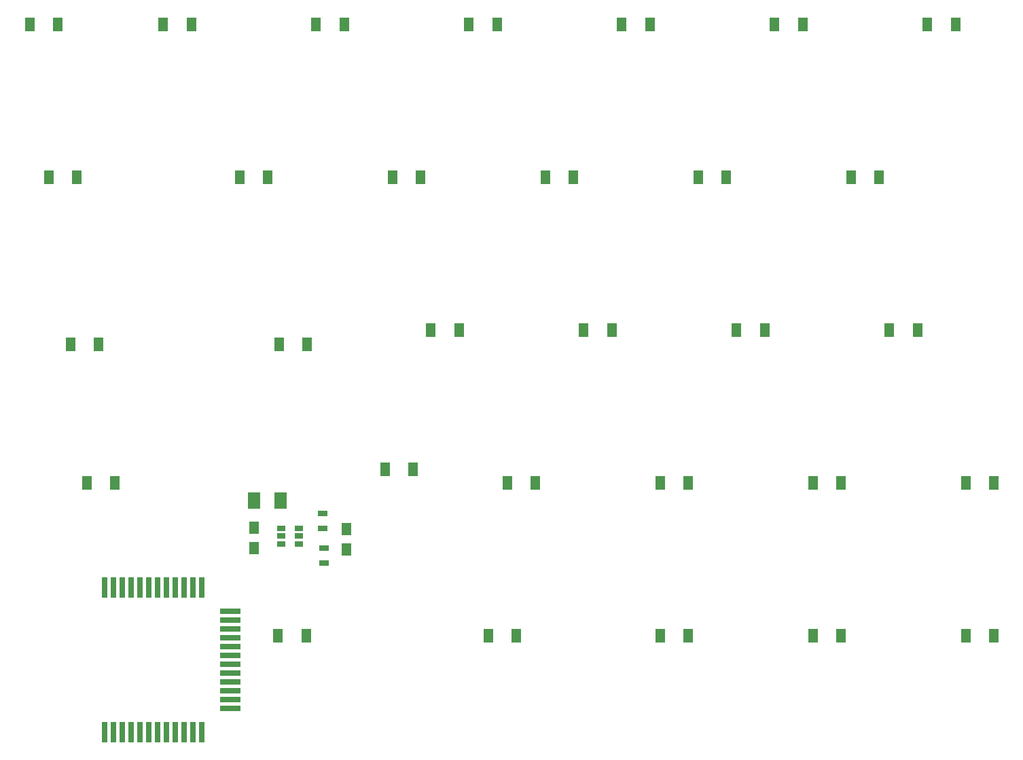
<source format=gbp>
G04 #@! TF.FileFunction,Paste,Bot*
%FSLAX46Y46*%
G04 Gerber Fmt 4.6, Leading zero omitted, Abs format (unit mm)*
G04 Created by KiCad (PCBNEW 4.0.7) date Wednesday, 11 April 2018 'AMt' 07:59:09*
%MOMM*%
%LPD*%
G01*
G04 APERTURE LIST*
%ADD10C,0.100000*%
%ADD11R,1.250000X1.500000*%
%ADD12R,1.300000X1.700000*%
%ADD13R,1.524000X2.032000*%
%ADD14R,1.300000X0.700000*%
%ADD15R,1.060000X0.650000*%
%ADD16R,2.500000X0.800000*%
%ADD17R,0.800000X2.500000*%
G04 APERTURE END LIST*
D10*
D11*
X52400000Y-81750000D03*
X52400000Y-84250000D03*
X63900000Y-81950000D03*
X63900000Y-84450000D03*
D12*
X24443750Y-19050000D03*
X27943750Y-19050000D03*
X26825000Y-38100000D03*
X30325000Y-38100000D03*
X29550000Y-58900000D03*
X33050000Y-58900000D03*
X31587500Y-76200000D03*
X35087500Y-76200000D03*
X41112500Y-19050000D03*
X44612500Y-19050000D03*
X50637500Y-38100000D03*
X54137500Y-38100000D03*
X55550000Y-58900000D03*
X59050000Y-58900000D03*
X68750000Y-74500000D03*
X72250000Y-74500000D03*
X55400000Y-95250000D03*
X58900000Y-95250000D03*
X60162500Y-19050000D03*
X63662500Y-19050000D03*
X69687500Y-38100000D03*
X73187500Y-38100000D03*
X74450000Y-57150000D03*
X77950000Y-57150000D03*
X83975000Y-76200000D03*
X87475000Y-76200000D03*
X81593750Y-95250000D03*
X85093750Y-95250000D03*
X79212500Y-19050000D03*
X82712500Y-19050000D03*
X88737500Y-38100000D03*
X92237500Y-38100000D03*
X93500000Y-57150000D03*
X97000000Y-57150000D03*
X103025000Y-76200000D03*
X106525000Y-76200000D03*
X103025000Y-95250000D03*
X106525000Y-95250000D03*
X98262500Y-19050000D03*
X101762500Y-19050000D03*
X107787500Y-38100000D03*
X111287500Y-38100000D03*
X112550000Y-57150000D03*
X116050000Y-57150000D03*
X122075000Y-76200000D03*
X125575000Y-76200000D03*
X122075000Y-95250000D03*
X125575000Y-95250000D03*
X117312500Y-19050000D03*
X120812500Y-19050000D03*
X126837500Y-38100000D03*
X130337500Y-38100000D03*
X131600000Y-57150000D03*
X135100000Y-57150000D03*
X141125000Y-76200000D03*
X144625000Y-76200000D03*
X136362500Y-19050000D03*
X139862500Y-19050000D03*
D13*
X52449000Y-78400000D03*
X55751000Y-78400000D03*
D14*
X61000000Y-79950000D03*
X61000000Y-81850000D03*
X61100000Y-84250000D03*
X61100000Y-86150000D03*
D15*
X55800000Y-83750000D03*
X55800000Y-82800000D03*
X55800000Y-81850000D03*
X58000000Y-81850000D03*
X58000000Y-83750000D03*
X58000000Y-82800000D03*
D16*
X49500000Y-92150000D03*
X49500000Y-93250000D03*
X49500000Y-94350000D03*
X49500000Y-95450000D03*
X49500000Y-96550000D03*
X49500000Y-97650000D03*
X49500000Y-98750000D03*
X49500000Y-99850000D03*
X49500000Y-100950000D03*
X49500000Y-102050000D03*
X49500000Y-103150000D03*
X49500000Y-104250000D03*
D17*
X33800000Y-89200000D03*
X34900000Y-89200000D03*
X36000000Y-89200000D03*
X37100000Y-89200000D03*
X38200000Y-89200000D03*
X39300000Y-89200000D03*
X40400000Y-89200000D03*
X41500000Y-89200000D03*
X42600000Y-89200000D03*
X43700000Y-89200000D03*
X44800000Y-89200000D03*
X45900000Y-89200000D03*
X45900000Y-107200000D03*
X44800000Y-107200000D03*
X43700000Y-107200000D03*
X42600000Y-107200000D03*
X41500000Y-107200000D03*
X40400000Y-107200000D03*
X39300000Y-107200000D03*
X38200000Y-107200000D03*
X37100000Y-107200000D03*
X36000000Y-107200000D03*
X34900000Y-107200000D03*
X33800000Y-107200000D03*
D12*
X141125000Y-95250000D03*
X144625000Y-95250000D03*
M02*

</source>
